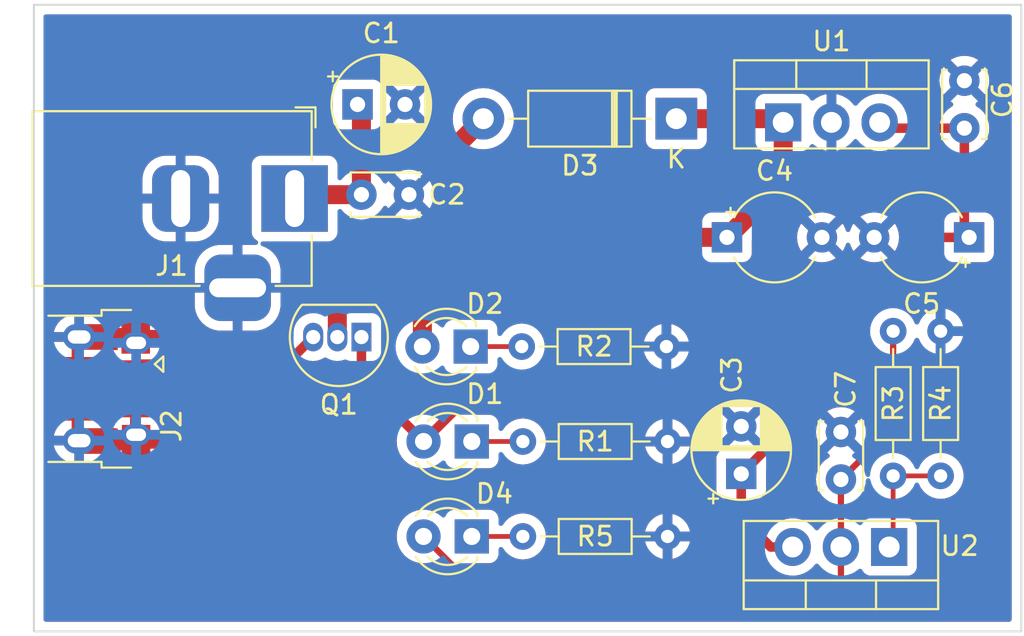
<source format=kicad_pcb>
(kicad_pcb (version 20211014) (generator pcbnew)
  (layers (0 "F.Cu" signal "Ö.Bkr") (31 "B.Cu" signal "A.Bkr") (34 "B.Paste" user "A.Krem Lehim") (35 "F.Paste" user "Ö.Krem Lehim") (36 "B.SilkS" user "A. ipek baskı") (37 "F.SilkS" user "Ö.İpek baskı") (38 "B.Mask" user "A.Maske") (39 "F.Mask" user "Ö.Maske") (44 "Edge.Cuts" user "Kenar.Kesimleri"))
  (net 0 "")
  (net 1 "Net-(D1-Pad1)")
  (net 2 "Net-(D2-Pad1)")
  (net 3 "GND")
  (net 7 "+12V")
  (net 8 "+5V")
  (net 9 "VSS")
  (net 10 "+3V3")
  (net 11 "Net-(D4-Pad1)")
  (net 12 "VBUS")
  (net 13 "Net-(R3-Pad2)")
  (footprint "Capacitor_THT:C_Disc_D3.4mm_W2.1mm_P2.50mm" (layer "F.Cu") (at 68.5 21.5 90)
    (fp_text reference "C6" (at 1.5 2 90) (layer "F.SilkS"))
    (fp_text value "100n")
    (fp_line (start -0.57 -1.17) (end 3.07 -1.17) (layer "F.SilkS") (width 0.12))
    (fp_line (start 3.07 0.925) (end 3.07 1.17) (layer "F.SilkS") (width 0.12))
    (fp_line (start 3.07 -1.17) (end 3.07 -0.925) (layer "F.SilkS") (width 0.12))
    (fp_line (start -0.57 -1.17) (end -0.57 -0.925) (layer "F.SilkS") (width 0.12))
    (fp_line (start -0.57 1.17) (end 3.07 1.17) (layer "F.SilkS") (width 0.12))
    (fp_line (start -0.57 0.925) (end -0.57 1.17) (layer "F.SilkS") (width 0.12))
    (pad "1" thru_hole circle (at 0 0 90) (size 1.6 1.6) (drill 0.8) (layers *.Cu *.Mask) (net 8 "+5V"))
    (pad "2" thru_hole circle (at 2.5 0 90) (size 1.6 1.6) (drill 0.8) (layers *.Cu *.Mask) (net 3 "GND"))
  )
  (footprint "Capacitor_THT:CP_Radial_Tantal_D4.5mm_P5.00mm" (layer "F.Cu") (at 56 27.25)
    (fp_text reference "C4" (at 2.5 -3.5) (layer "F.SilkS"))
    (fp_text value "330n")
    (fp_line (start 0.187712 -1.56) (end 0.187712 -1.11) (layer "F.SilkS") (width 0.12))
    (fp_line (start -0.037288 -1.335) (end 0.412712 -1.335) (layer "F.SilkS") (width 0.12))
    (fp_arc (start 0.380259 -1.06) (mid 2.5 -2.37) (end 4.619741 -1.06) (layer "F.SilkS") (width 0.12))
    (fp_arc (start 4.619741 1.06) (mid 2.5 2.37) (end 0.380259 1.06) (layer "F.SilkS") (width 0.12))
    (pad "1" thru_hole rect (at 0 0) (size 1.6 1.6) (drill 0.8) (layers *.Cu *.Mask) (net 9 "VSS"))
    (pad "2" thru_hole circle (at 5 0) (size 1.6 1.6) (drill 0.8) (layers *.Cu *.Mask) (net 3 "GND"))
  )
  (footprint "Resistor_THT:R_Axial_DIN0204_L3.6mm_D1.6mm_P7.62mm_Horizontal" (layer "F.Cu") (at 67.25 39.81 90)
    (fp_text reference "R4" (at 3.81 0 90) (layer "F.SilkS"))
    (fp_text value "1.6k")
    (fp_line (start 1.89 0.92) (end 5.73 0.92) (layer "F.SilkS") (width 0.12))
    (fp_line (start 0.94 0) (end 1.89 0) (layer "F.SilkS") (width 0.12))
    (fp_line (start 5.73 0.92) (end 5.73 -0.92) (layer "F.SilkS") (width 0.12))
    (fp_line (start 5.73 -0.92) (end 1.89 -0.92) (layer "F.SilkS") (width 0.12))
    (fp_line (start 6.68 0) (end 5.73 0) (layer "F.SilkS") (width 0.12))
    (fp_line (start 1.89 -0.92) (end 1.89 0.92) (layer "F.SilkS") (width 0.12))
    (pad "1" thru_hole circle (at 0 0 90) (size 1.4 1.4) (drill 0.7) (layers *.Cu *.Mask) (net 13 "Net-(R3-Pad2)"))
    (pad "2" thru_hole oval (at 7.62 0 90) (size 1.4 1.4) (drill 0.7) (layers *.Cu *.Mask) (net 3 "GND"))
  )
  (footprint "Connector_USB:USB_Micro-B_Amphenol_10103594-0001LF_Horizontal" (layer "F.Cu") (at 23 35.25 -90)
    (fp_text reference "J2" (at 1.925 -3.75 90) (layer "F.SilkS"))
    (fp_text value "USB_B_Micro")
    (fp_line (start -3.875 2.735) (end -3.875 -0.065) (layer "F.SilkS") (width 0.12))
    (fp_line (start -0.925 -3.315) (end -1.325 -2.865) (layer "F.SilkS") (width 0.12))
    (fp_line (start -1.725 -3.315) (end -0.925 -3.315) (layer "F.SilkS") (width 0.12))
    (fp_line (start -4.175 -0.065) (end -4.175 -1.615) (layer "F.SilkS") (width 0.12))
    (fp_line (start 3.825 2.735) (end 3.825 -0.065) (layer "F.SilkS") (width 0.12))
    (fp_line (start 4.125 -0.065) (end 4.125 -1.615) (layer "F.SilkS") (width 0.12))
    (fp_line (start 3.825 -0.065) (end 4.125 -0.065) (layer "F.SilkS") (width 0.12))
    (fp_line (start -1.325 -2.865) (end -1.725 -3.315) (layer "F.SilkS") (width 0.12))
    (fp_line (start -4.175 -0.065) (end -3.875 -0.065) (layer "F.SilkS") (width 0.12))
    (pad "1" smd rect (at -1.325 -1.765) (size 1.65 0.4) (layers "F.Cu" "F.Paste" "F.Mask") (net 12 "VBUS"))
    (pad "2" smd rect (at -0.675 -1.765) (size 1.65 0.4) (layers "F.Cu" "F.Paste" "F.Mask"))
    (pad "3" smd rect (at -0.025 -1.765) (size 1.65 0.4) (layers "F.Cu" "F.Paste" "F.Mask"))
    (pad "4" smd rect (at 0.625 -1.765) (size 1.65 0.4) (layers "F.Cu" "F.Paste" "F.Mask"))
    (pad "5" smd rect (at 1.275 -1.765) (size 1.65 0.4) (layers "F.Cu" "F.Paste" "F.Mask") (net 3 "GND"))
    (pad "6" smd rect (at -2.975 -0.565 270) (size 1.825 0.7) (layers "F.Cu" "F.Paste" "F.Mask") (net 3 "GND"))
    (pad "6" smd rect (at -2.755 0.185 270) (size 1.35 2) (layers "F.Cu" "F.Paste" "F.Mask") (net 3 "GND"))
    (pad "6" thru_hole oval (at -2.445 -1.885) (size 1.5 1.1) (drill oval 1.05 0.65) (layers *.Cu *.Mask) (net 3 "GND"))
    (pad "6" smd rect (at -2.875 -1.865 270) (size 2 1.5) (layers "F.Cu" "F.Paste" "F.Mask") (net 3 "GND"))
    (pad "6" smd rect (at 2.725 0.185 270) (size 1.35 2) (layers "F.Cu" "F.Paste" "F.Mask") (net 3 "GND"))
    (pad "6" thru_hole oval (at -2.755 1.115) (size 1.7 1.35) (drill oval 1.2 0.7) (layers *.Cu *.Mask) (net 3 "GND"))
    (pad "6" smd rect (at 2.875 -1.885 270) (size 2 1.5) (layers "F.Cu" "F.Paste" "F.Mask") (net 3 "GND"))
    (pad "6" smd rect (at -0.985 1.385) (size 2.5 1.43) (layers "F.Cu" "F.Paste" "F.Mask") (net 3 "GND"))
    (pad "6" thru_hole oval (at 2.705 1.115) (size 1.7 1.35) (drill oval 1.2 0.7) (layers *.Cu *.Mask) (net 3 "GND"))
    (pad "6" smd rect (at 2.975 -0.565 270) (size 1.825 0.7) (layers "F.Cu" "F.Paste" "F.Mask") (net 3 "GND"))
    (pad "6" thru_hole oval (at 2.395 -1.885) (size 1.5 1.1) (drill oval 1.05 0.65) (layers *.Cu *.Mask) (net 3 "GND"))
    (pad "6" smd rect (at 0.935 1.385) (size 2.5 1.43) (layers "F.Cu" "F.Paste" "F.Mask") (net 3 "GND"))
  )
  (footprint "Capacitor_THT:CP_Radial_D5.0mm_P2.50mm" (layer "F.Cu") (at 36.544888 20.25)
    (fp_text reference "C1" (at 1.25 -3.75) (layer "F.SilkS"))
    (fp_text value "10u")
    (fp_line (start 1.53 -2.565) (end 1.53 -1.04) (layer "F.SilkS") (width 0.12))
    (fp_line (start 3.211 -1.699) (end 3.211 -1.04) (layer "F.SilkS") (width 0.12))
    (fp_line (start 3.571 -1.178) (end 3.571 1.178) (layer "F.SilkS") (width 0.12))
    (fp_line (start -1.554775 -1.475) (end -1.054775 -1.475) (layer "F.SilkS") (width 0.12))
    (fp_line (start 3.251 -1.653) (end 3.251 -1.04) (layer "F.SilkS") (width 0.12))
    (fp_line (start 1.73 1.04) (end 1.73 2.536) (layer "F.SilkS") (width 0.12))
    (fp_line (start 3.011 -1.901) (end 3.011 -1.04) (layer "F.SilkS") (width 0.12))
    (fp_line (start 1.69 1.04) (end 1.69 2.543) (layer "F.SilkS") (width 0.12))
    (fp_line (start 2.291 -2.365) (end 2.291 -1.04) (layer "F.SilkS") (width 0.12))
    (fp_line (start 2.251 -2.382) (end 2.251 -1.04) (layer "F.SilkS") (width 0.12))
    (fp_line (start 1.65 1.04) (end 1.65 2.55) (layer "F.SilkS") (width 0.12))
    (fp_line (start 3.491 1.04) (end 3.491 1.319) (layer "F.SilkS") (width 0.12))
    (fp_line (start 2.371 -2.329) (end 2.371 -1.04) (layer "F.SilkS") (width 0.12))
    (fp_line (start 3.011 1.04) (end 3.011 1.901) (layer "F.SilkS") (width 0.12))
    (fp_line (start 2.771 1.04) (end 2.771 2.095) (layer "F.SilkS") (width 0.12))
    (fp_line (start 3.731 -0.805) (end 3.731 0.805) (layer "F.SilkS") (width 0.12))
    (fp_line (start 1.61 -2.556) (end 1.61 -1.04) (layer "F.SilkS") (width 0.12))
    (fp_line (start 3.331 1.04) (end 3.331 1.554) (layer "F.SilkS") (width 0.12))
    (fp_line (start 1.971 -2.48) (end 1.971 -1.04) (layer "F.SilkS") (width 0.12))
    (fp_line (start 3.411 -1.443) (end 3.411 -1.04) (layer "F.SilkS") (width 0.12))
    (fp_line (start 2.251 1.04) (end 2.251 2.382) (layer "F.SilkS") (width 0.12))
    (fp_line (start 2.491 -2.268) (end 2.491 -1.04) (layer "F.SilkS") (width 0.12))
    (fp_line (start 3.691 -0.915) (end 3.691 0.915) (layer "F.SilkS") (width 0.12))
    (fp_line (start 2.931 1.04) (end 2.931 1.971) (layer "F.SilkS") (width 0.12))
    (fp_line (start 1.73 -2.536) (end 1.73 -1.04) (layer "F.SilkS") (width 0.12))
    (fp_line (start 2.611 -2.2) (end 2.611 -1.04) (layer "F.SilkS") (width 0.12))
    (fp_line (start 2.851 1.04) (end 2.851 2.035) (layer "F.SilkS") (width 0.12))
    (fp_line (start 2.451 -2.29) (end 2.451 -1.04) (layer "F.SilkS") (width 0.12))
    (fp_line (start 3.051 1.04) (end 3.051 1.864) (layer "F.SilkS") (width 0.12))
    (fp_line (start 3.171 -1.743) (end 3.171 -1.04) (layer "F.SilkS") (width 0.12))
    (fp_line (start 3.091 -1.826) (end 3.091 -1.04) (layer "F.SilkS") (width 0.12))
    (fp_line (start 3.051 -1.864) (end 3.051 -1.04) (layer "F.SilkS") (width 0.12))
    (fp_line (start 3.291 -1.605) (end 3.291 -1.04) (layer "F.SilkS") (width 0.12))
    (fp_line (start 2.091 -2.442) (end 2.091 -1.04) (layer "F.SilkS") (width 0.12))
    (fp_line (start 1.53 1.04) (end 1.53 2.565) (layer "F.SilkS") (width 0.12))
    (fp_line (start 3.611 -1.098) (end 3.611 1.098) (layer "F.SilkS") (width 0.12))
    (fp_line (start 2.571 -2.224) (end 2.571 -1.04) (layer "F.SilkS") (width 0.12))
    (fp_line (start 1.89 -2.501) (end 1.89 -1.04) (layer "F.SilkS") (width 0.12))
    (fp_line (start 3.131 -1.785) (end 3.131 -1.04) (layer "F.SilkS") (width 0.12))
    (fp_line (start 2.411 1.04) (end 2.411 2.31) (layer "F.SilkS") (width 0.12))
    (fp_line (start 3.411 1.04) (end 3.411 1.443) (layer "F.SilkS") (width 0.12))
    (fp_line (start 3.291 1.04) (end 3.291 1.605) (layer "F.SilkS") (width 0.12))
    (fp_line (start 1.25 -2.58) (end 1.25 2.58) (layer "F.SilkS") (width 0.12))
    (fp_line (start 2.171 -2.414) (end 2.171 -1.04) (layer "F.SilkS") (width 0.12))
    (fp_line (start 2.371 1.04) (end 2.371 2.329) (layer "F.SilkS") (width 0.12))
    (fp_line (start 2.091 1.04) (end 2.091 2.442) (layer "F.SilkS") (width 0.12))
    (fp_line (start 2.811 -2.065) (end 2.811 -1.04) (layer "F.SilkS") (width 0.12))
    (fp_line (start 2.531 1.04) (end 2.531 2.247) (layer "F.SilkS") (width 0.12))
    (fp_line (start 3.851 -0.284) (end 3.851 0.284) (layer "F.SilkS") (width 0.12))
    (fp_line (start 1.33 -2.579) (end 1.33 2.579) (layer "F.SilkS") (width 0.12))
    (fp_line (start 3.531 1.04) (end 3.531 1.251) (layer "F.SilkS") (width 0.12))
    (fp_line (start 1.77 1.04) (end 1.77 2.528) (layer "F.SilkS") (width 0.12))
    (fp_line (start 1.29 -2.58) (end 1.29 2.58) (layer "F.SilkS") (width 0.12))
    (fp_line (start 2.491 1.04) (end 2.491 2.268) (layer "F.SilkS") (width 0.12))
    (fp_line (start 1.81 1.04) (end 1.81 2.52) (layer "F.SilkS") (width 0.12))
    (fp_line (start 2.731 1.04) (end 2.731 2.122) (layer "F.SilkS") (width 0.12))
    (fp_line (start 2.771 -2.095) (end 2.771 -1.04) (layer "F.SilkS") (width 0.12))
    (fp_line (start 2.411 -2.31) (end 2.411 -1.04) (layer "F.SilkS") (width 0.12))
    (fp_line (start 3.091 1.04) (end 3.091 1.826) (layer "F.SilkS") (width 0.12))
    (fp_line (start 2.011 -2.468) (end 2.011 -1.04) (layer "F.SilkS") (width 0.12))
    (fp_line (start 3.331 -1.554) (end 3.331 -1.04) (layer "F.SilkS") (width 0.12))
    (fp_line (start 2.891 -2.004) (end 2.891 -1.04) (layer "F.SilkS") (width 0.12))
    (fp_line (start 1.57 -2.561) (end 1.57 -1.04) (layer "F.SilkS") (width 0.12))
    (fp_line (start 2.331 1.04) (end 2.331 2.348) (layer "F.SilkS") (width 0.12))
    (fp_line (start 2.051 1.04) (end 2.051 2.455) (layer "F.SilkS") (width 0.12))
    (fp_line (start 1.89 1.04) (end 1.89 2.501) (layer "F.SilkS") (width 0.12))
    (fp_line (start 1.69 -2.543) (end 1.69 -1.04) (layer "F.SilkS") (width 0.12))
    (fp_line (start 2.851 -2.035) (end 2.851 -1.04) (layer "F.SilkS") (width 0.12))
    (fp_line (start 3.171 1.04) (end 3.171 1.743) (layer "F.SilkS") (width 0.12))
    (fp_line (start 2.331 -2.348) (end 2.331 -1.04) (layer "F.SilkS") (width 0.12))
    (fp_line (start 2.131 1.04) (end 2.131 2.428) (layer "F.SilkS") (width 0.12))
    (fp_line (start 2.651 1.04) (end 2.651 2.175) (layer "F.SilkS") (width 0.12))
    (fp_line (start 1.49 -2.569) (end 1.49 -1.04) (layer "F.SilkS") (width 0.12))
    (fp_line (start 1.37 -2.578) (end 1.37 2.578) (layer "F.SilkS") (width 0.12))
    (fp_line (start 1.85 -2.511) (end 1.85 -1.04) (layer "F.SilkS") (width 0.12))
    (fp_line (start 2.691 1.04) (end 2.691 2.149) (layer "F.SilkS") (width 0.12))
    (fp_line (start 3.251 1.04) (end 3.251 1.653) (layer "F.SilkS") (width 0.12))
    (fp_line (start 3.491 -1.319) (end 3.491 -1.04) (layer "F.SilkS") (width 0.12))
    (fp_line (start 1.41 -2.576) (end 1.41 2.576) (layer "F.SilkS") (width 0.12))
    (fp_line (start 3.811 -0.518) (end 3.811 0.518) (layer "F.SilkS") (width 0.12))
    (fp_line (start 2.051 -2.455) (end 2.051 -1.04) (layer "F.SilkS") (width 0.12))
    (fp_line (start 2.451 1.04) (end 2.451 2.29) (layer "F.SilkS") (width 0.12))
    (fp_line (start 2.611 1.04) (end 2.611 2.2) (layer "F.SilkS") (width 0.12))
    (fp_line (start 3.211 1.04) (end 3.211 1.699) (layer "F.SilkS") (width 0.12))
    (fp_line (start 1.49 1.04) (end 1.49 2.569) (layer "F.SilkS") (width 0.12))
    (fp_line (start 1.65 -2.55) (end 1.65 -1.04) (layer "F.SilkS") (width 0.12))
    (fp_line (start 2.891 1.04) (end 2.891 2.004) (layer "F.SilkS") (width 0.12))
    (fp_line (start 3.451 -1.383) (end 3.451 -1.04) (layer "F.SilkS") (width 0.12))
    (fp_line (start 1.85 1.04) (end 1.85 2.511) (layer "F.SilkS") (width 0.12))
    (fp_line (start 2.211 -2.398) (end 2.211 -1.04) (layer "F.SilkS") (width 0.12))
    (fp_line (start 1.93 1.04) (end 1.93 2.491) (layer "F.SilkS") (width 0.12))
    (fp_line (start 1.77 -2.528) (end 1.77 -1.04) (layer "F.SilkS") (width 0.12))
    (fp_line (start 2.171 1.04) (end 2.171 2.414) (layer "F.SilkS") (width 0.12))
    (fp_line (start -1.304775 -1.725) (end -1.304775 -1.225) (layer "F.SilkS") (width 0.12))
    (fp_line (start 3.651 -1.011) (end 3.651 1.011) (layer "F.SilkS") (width 0.12))
    (fp_line (start 2.931 -1.971) (end 2.931 -1.04) (layer "F.SilkS") (width 0.12))
    (fp_line (start 1.93 -2.491) (end 1.93 -1.04) (layer "F.SilkS") (width 0.12))
    (fp_line (start 1.45 -2.573) (end 1.45 2.573) (layer "F.SilkS") (width 0.12))
    (fp_line (start 1.61 1.04) (end 1.61 2.556) (layer "F.SilkS") (width 0.12))
    (fp_line (start 2.571 1.04) (end 2.571 2.224) (layer "F.SilkS") (width 0.12))
    (fp_line (start 3.371 1.04) (end 3.371 1.5) (layer "F.SilkS") (width 0.12))
    (fp_line (start 2.971 1.04) (end 2.971 1.937) (layer "F.SilkS") (width 0.12))
    (fp_line (start 2.971 -1.937) (end 2.971 -1.04) (layer "F.SilkS") (width 0.12))
    (fp_line (start 2.131 -2.428) (end 2.131 -1.04) (layer "F.SilkS") (width 0.12))
    (fp_line (start 2.691 -2.149) (end 2.691 -1.04) (layer "F.SilkS") (width 0.12))
    (fp_line (start 3.371 -1.5) (end 3.371 -1.04) (layer "F.SilkS") (width 0.12))
    (fp_line (start 1.57 1.04) (end 1.57 2.561) (layer "F.SilkS") (width 0.12))
    (fp_line (start 3.131 1.04) (end 3.131 1.785) (layer "F.SilkS") (width 0.12))
    (fp_line (start 3.771 -0.677) (end 3.771 0.677) (layer "F.SilkS") (width 0.12))
    (fp_line (start 2.651 -2.175) (end 2.651 -1.04) (layer "F.SilkS") (width 0.12))
    (fp_line (start 2.811 1.04) (end 2.811 2.065) (layer "F.SilkS") (width 0.12))
    (fp_line (start 2.291 1.04) (end 2.291 2.365) (layer "F.SilkS") (width 0.12))
    (fp_line (start 2.011 1.04) (end 2.011 2.468) (layer "F.SilkS") (width 0.12))
    (fp_line (start 3.531 -1.251) (end 3.531 -1.04) (layer "F.SilkS") (width 0.12))
    (fp_line (start 1.971 1.04) (end 1.971 2.48) (layer "F.SilkS") (width 0.12))
    (fp_line (start 1.81 -2.52) (end 1.81 -1.04) (layer "F.SilkS") (width 0.12))
    (fp_line (start 3.451 1.04) (end 3.451 1.383) (layer "F.SilkS") (width 0.12))
    (fp_line (start 2.731 -2.122) (end 2.731 -1.04) (layer "F.SilkS") (width 0.12))
    (fp_line (start 2.531 -2.247) (end 2.531 -1.04) (layer "F.SilkS") (width 0.12))
    (fp_line (start 2.211 1.04) (end 2.211 2.398) (layer "F.SilkS") (width 0.12))
    (fp_circle (center 1.25 0) (end 3.87 0) (layer "F.SilkS") (width 0.12) (fill none))
    (pad "1" thru_hole rect (at 0 0) (size 1.6 1.6) (drill 0.8) (layers *.Cu *.Mask) (net 7 "+12V"))
    (pad "2" thru_hole circle (at 2.5 0) (size 1.6 1.6) (drill 0.8) (layers *.Cu *.Mask) (net 3 "GND"))
  )
  (footprint "Capacitor_THT:CP_Radial_D5.0mm_P2.50mm" (layer "F.Cu") (at 56.75 39.705112 90)
    (fp_text reference "C3" (at 5.205112 -0.5 90) (layer "F.SilkS"))
    (fp_text value "10u")
    (fp_line (start 2.411 -2.31) (end 2.411 -1.04) (layer "F.SilkS") (width 0.12))
    (fp_line (start 3.211 -1.699) (end 3.211 -1.04) (layer "F.SilkS") (width 0.12))
    (fp_line (start 1.85 1.04) (end 1.85 2.511) (layer "F.SilkS") (width 0.12))
    (fp_line (start 1.85 -2.511) (end 1.85 -1.04) (layer "F.SilkS") (width 0.12))
    (fp_line (start 1.61 1.04) (end 1.61 2.556) (layer "F.SilkS") (width 0.12))
    (fp_line (start 2.171 -2.414) (end 2.171 -1.04) (layer "F.SilkS") (width 0.12))
    (fp_line (start 3.731 -0.805) (end 3.731 0.805) (layer "F.SilkS") (width 0.12))
    (fp_line (start 3.411 -1.443) (end 3.411 -1.04) (layer "F.SilkS") (width 0.12))
    (fp_line (start 2.411 1.04) (end 2.411 2.31) (layer "F.SilkS") (width 0.12))
    (fp_line (start 2.571 -2.224) (end 2.571 -1.04) (layer "F.SilkS") (width 0.12))
    (fp_line (start 3.371 -1.5) (end 3.371 -1.04) (layer "F.SilkS") (width 0.12))
    (fp_line (start 2.051 1.04) (end 2.051 2.455) (layer "F.SilkS") (width 0.12))
    (fp_line (start 3.411 1.04) (end 3.411 1.443) (layer "F.SilkS") (width 0.12))
    (fp_line (start 2.931 -1.971) (end 2.931 -1.04) (layer "F.SilkS") (width 0.12))
    (fp_line (start 2.971 -1.937) (end 2.971 -1.04) (layer "F.SilkS") (width 0.12))
    (fp_line (start 2.851 -2.035) (end 2.851 -1.04) (layer "F.SilkS") (width 0.12))
    (fp_line (start 2.771 -2.095) (end 2.771 -1.04) (layer "F.SilkS") (width 0.12))
    (fp_line (start 1.45 -2.573) (end 1.45 2.573) (layer "F.SilkS") (width 0.12))
    (fp_line (start 2.731 -2.122) (end 2.731 -1.04) (layer "F.SilkS") (width 0.12))
    (fp_line (start 2.571 1.04) (end 2.571 2.224) (layer "F.SilkS") (width 0.12))
    (fp_line (start 3.331 -1.554) (end 3.331 -1.04) (layer "F.SilkS") (width 0.12))
    (fp_line (start 2.491 -2.268) (end 2.491 -1.04) (layer "F.SilkS") (width 0.12))
    (fp_line (start 1.93 1.04) (end 1.93 2.491) (layer "F.SilkS") (width 0.12))
    (fp_line (start 3.051 -1.864) (end 3.051 -1.04) (layer "F.SilkS") (width 0.12))
    (fp_line (start 3.651 -1.011) (end 3.651 1.011) (layer "F.SilkS") (width 0.12))
    (fp_line (start 3.011 -1.901) (end 3.011 -1.04) (layer "F.SilkS") (width 0.12))
    (fp_line (start 2.091 1.04) (end 2.091 2.442) (layer "F.SilkS") (width 0.12))
    (fp_line (start 2.811 1.04) (end 2.811 2.065) (layer "F.SilkS") (width 0.12))
    (fp_line (start 3.851 -0.284) (end 3.851 0.284) (layer "F.SilkS") (width 0.12))
    (fp_line (start 3.131 1.04) (end 3.131 1.785) (layer "F.SilkS") (width 0.12))
    (fp_line (start 2.131 1.04) (end 2.131 2.428) (layer "F.SilkS") (width 0.12))
    (fp_line (start 1.53 1.04) (end 1.53 2.565) (layer "F.SilkS") (width 0.12))
    (fp_line (start 3.291 -1.605) (end 3.291 -1.04) (layer "F.SilkS") (width 0.12))
    (fp_line (start 1.77 1.04) (end 1.77 2.528) (layer "F.SilkS") (width 0.12))
    (fp_line (start 2.291 -2.365) (end 2.291 -1.04) (layer "F.SilkS") (width 0.12))
    (fp_line (start 1.971 1.04) (end 1.971 2.48) (layer "F.SilkS") (width 0.12))
    (fp_line (start 1.65 -2.55) (end 1.65 -1.04) (layer "F.SilkS") (width 0.12))
    (fp_line (start 2.771 1.04) (end 2.771 2.095) (layer "F.SilkS") (width 0.12))
    (fp_line (start 2.211 -2.398) (end 2.211 -1.04) (layer "F.SilkS") (width 0.12))
    (fp_line (start 3.091 1.04) (end 3.091 1.826) (layer "F.SilkS") (width 0.12))
    (fp_line (start 2.891 1.04) (end 2.891 2.004) (layer "F.SilkS") (width 0.12))
    (fp_line (start 2.491 1.04) (end 2.491 2.268) (layer "F.SilkS") (width 0.12))
    (fp_line (start 2.331 1.04) (end 2.331 2.348) (layer "F.SilkS") (width 0.12))
    (fp_line (start 2.691 -2.149) (end 2.691 -1.04) (layer "F.SilkS") (width 0.12))
    (fp_line (start 3.251 1.04) (end 3.251 1.653) (layer "F.SilkS") (width 0.12))
    (fp_line (start 2.851 1.04) (end 2.851 2.035) (layer "F.SilkS") (width 0.12))
    (fp_line (start 1.49 -2.569) (end 1.49 -1.04) (layer "F.SilkS") (width 0.12))
    (fp_line (start 2.011 1.04) (end 2.011 2.468) (layer "F.SilkS") (width 0.12))
    (fp_line (start 3.451 -1.383) (end 3.451 -1.04) (layer "F.SilkS") (width 0.12))
    (fp_line (start 2.371 1.04) (end 2.371 2.329) (layer "F.SilkS") (width 0.12))
    (fp_line (start 1.25 -2.58) (end 1.25 2.58) (layer "F.SilkS") (width 0.12))
    (fp_line (start 1.49 1.04) (end 1.49 2.569) (layer "F.SilkS") (width 0.12))
    (fp_line (start 2.091 -2.442) (end 2.091 -1.04) (layer "F.SilkS") (width 0.12))
    (fp_line (start 1.33 -2.579) (end 1.33 2.579) (layer "F.SilkS") (width 0.12))
    (fp_line (start 2.691 1.04) (end 2.691 2.149) (layer "F.SilkS") (width 0.12))
    (fp_line (start 3.011 1.04) (end 3.011 1.901) (layer "F.SilkS") (width 0.12))
    (fp_line (start 2.331 -2.348) (end 2.331 -1.04) (layer "F.SilkS") (width 0.12))
    (fp_line (start 2.931 1.04) (end 2.931 1.971) (layer "F.SilkS") (width 0.12))
    (fp_line (start 1.81 1.04) (end 1.81 2.52) (layer "F.SilkS") (width 0.12))
    (fp_line (start 1.77 -2.528) (end 1.77 -1.04) (layer "F.SilkS") (width 0.12))
    (fp_line (start 2.131 -2.428) (end 2.131 -1.04) (layer "F.SilkS") (width 0.12))
    (fp_line (start 2.211 1.04) (end 2.211 2.398) (layer "F.SilkS") (width 0.12))
    (fp_line (start 3.611 -1.098) (end 3.611 1.098) (layer "F.SilkS") (width 0.12))
    (fp_line (start 2.171 1.04) (end 2.171 2.414) (layer "F.SilkS") (width 0.12))
    (fp_line (start 3.531 1.04) (end 3.531 1.251) (layer "F.SilkS") (width 0.12))
    (fp_line (start 1.69 1.04) (end 1.69 2.543) (layer "F.SilkS") (width 0.12))
    (fp_line (start 3.251 -1.653) (end 3.251 -1.04) (layer "F.SilkS") (width 0.12))
    (fp_line (start 2.891 -2.004) (end 2.891 -1.04) (layer "F.SilkS") (width 0.12))
    (fp_line (start 3.451 1.04) (end 3.451 1.383) (layer "F.SilkS") (width 0.12))
    (fp_line (start 3.691 -0.915) (end 3.691 0.915) (layer "F.SilkS") (width 0.12))
    (fp_line (start 3.091 -1.826) (end 3.091 -1.04) (layer "F.SilkS") (width 0.12))
    (fp_line (start 3.491 -1.319) (end 3.491 -1.04) (layer "F.SilkS") (width 0.12))
    (fp_line (start 2.611 1.04) (end 2.611 2.2) (layer "F.SilkS") (width 0.12))
    (fp_line (start 1.971 -2.48) (end 1.971 -1.04) (layer "F.SilkS") (width 0.12))
    (fp_line (start 1.73 1.04) (end 1.73 2.536) (layer "F.SilkS") (width 0.12))
    (fp_line (start 1.89 1.04) (end 1.89 2.501) (layer "F.SilkS") (width 0.12))
    (fp_line (start -1.554775 -1.475) (end -1.054775 -1.475) (layer "F.SilkS") (width 0.12))
    (fp_line (start 3.131 -1.785) (end 3.131 -1.04) (layer "F.SilkS") (width 0.12))
    (fp_line (start 3.331 1.04) (end 3.331 1.554) (layer "F.SilkS") (width 0.12))
    (fp_line (start 1.93 -2.491) (end 1.93 -1.04) (layer "F.SilkS") (width 0.12))
    (fp_line (start 3.571 -1.178) (end 3.571 1.178) (layer "F.SilkS") (width 0.12))
    (fp_line (start 2.531 1.04) (end 2.531 2.247) (layer "F.SilkS") (width 0.12))
    (fp_line (start 3.171 1.04) (end 3.171 1.743) (layer "F.SilkS") (width 0.12))
    (fp_line (start 2.731 1.04) (end 2.731 2.122) (layer "F.SilkS") (width 0.12))
    (fp_line (start -1.304775 -1.725) (end -1.304775 -1.225) (layer "F.SilkS") (width 0.12))
    (fp_line (start 2.451 1.04) (end 2.451 2.29) (layer "F.SilkS") (width 0.12))
    (fp_line (start 3.371 1.04) (end 3.371 1.5) (layer "F.SilkS") (width 0.12))
    (fp_line (start 3.531 -1.251) (end 3.531 -1.04) (layer "F.SilkS") (width 0.12))
    (fp_line (start 2.971 1.04) (end 2.971 1.937) (layer "F.SilkS") (width 0.12))
    (fp_line (start 2.251 -2.382) (end 2.251 -1.04) (layer "F.SilkS") (width 0.12))
    (fp_line (start 2.531 -2.247) (end 2.531 -1.04) (layer "F.SilkS") (width 0.12))
    (fp_line (start 1.53 -2.565) (end 1.53 -1.04) (layer "F.SilkS") (width 0.12))
    (fp_line (start 3.171 -1.743) (end 3.171 -1.04) (layer "F.SilkS") (width 0.12))
    (fp_line (start 3.811 -0.518) (end 3.811 0.518) (layer "F.SilkS") (width 0.12))
    (fp_line (start 2.811 -2.065) (end 2.811 -1.04) (layer "F.SilkS") (width 0.12))
    (fp_line (start 1.73 -2.536) (end 1.73 -1.04) (layer "F.SilkS") (width 0.12))
    (fp_line (start 2.251 1.04) (end 2.251 2.382) (layer "F.SilkS") (width 0.12))
    (fp_line (start 2.371 -2.329) (end 2.371 -1.04) (layer "F.SilkS") (width 0.12))
    (fp_line (start 3.291 1.04) (end 3.291 1.605) (layer "F.SilkS") (width 0.12))
    (fp_line (start 2.291 1.04) (end 2.291 2.365) (layer "F.SilkS") (width 0.12))
    (fp_line (start 2.651 -2.175) (end 2.651 -1.04) (layer "F.SilkS") (width 0.12))
    (fp_line (start 1.57 -2.561) (end 1.57 -1.04) (layer "F.SilkS") (width 0.12))
    (fp_line (start 2.651 1.04) (end 2.651 2.175) (layer "F.SilkS") (width 0.12))
    (fp_line (start 3.211 1.04) (end 3.211 1.699) (layer "F.SilkS") (width 0.12))
    (fp_line (start 3.051 1.04) (end 3.051 1.864) (layer "F.SilkS") (width 0.12))
    (fp_line (start 1.29 -2.58) (end 1.29 2.58) (layer "F.SilkS") (width 0.12))
    (fp_line (start 1.69 -2.543) (end 1.69 -1.04) (layer "F.SilkS") (width 0.12))
    (fp_line (start 1.89 -2.501) (end 1.89 -1.04) (layer "F.SilkS") (width 0.12))
    (fp_line (start 2.011 -2.468) (end 2.011 -1.04) (layer "F.SilkS") (width 0.12))
    (fp_line (start 2.451 -2.29) (end 2.451 -1.04) (layer "F.SilkS") (width 0.12))
    (fp_line (start 3.491 1.04) (end 3.491 1.319) (layer "F.SilkS") (width 0.12))
    (fp_line (start 1.81 -2.52) (end 1.81 -1.04) (layer "F.SilkS") (width 0.12))
    (fp_line (start 1.37 -2.578) (end 1.37 2.578) (layer "F.SilkS") (width 0.12))
    (fp_line (start 1.61 -2.556) (end 1.61 -1.04) (layer "F.SilkS") (width 0.12))
    (fp_line (start 2.051 -2.455) (end 2.051 -1.04) (layer "F.SilkS") (width 0.12))
    (fp_line (start 1.65 1.04) (end 1.65 2.55) (layer "F.SilkS") (width 0.12))
    (fp_line (start 2.611 -2.2) (end 2.611 -1.04) (layer "F.SilkS") (width 0.12))
    (fp_line (start 1.57 1.04) (end 1.57 2.561) (layer "F.SilkS") (width 0.12))
    (fp_line (start 3.771 -0.677) (end 3.771 0.677) (layer "F.SilkS") (width 0.12))
    (fp_line (start 1.41 -2.576) (end 1.41 2.576) (layer "F.SilkS") (width 0.12))
    (fp_circle (center 1.25 0) (end 3.87 0) (layer "F.SilkS") (width 0.12) (fill none))
    (pad "1" thru_hole rect (at 0 0 90) (size 1.6 1.6) (drill 0.8) (layers *.Cu *.Mask) (net 8 "+5V"))
    (pad "2" thru_hole circle (at 2.5 0 90) (size 1.6 1.6) (drill 0.8) (layers *.Cu *.Mask) (net 3 "GND"))
  )
  (footprint "LED_THT:LED_D3.0mm" (layer "F.Cu") (at 42.56 43 180)
    (fp_text reference "D4" (at -1.19 2.25) (layer "F.SilkS"))
    (fp_text value "3V3 GREEN")
    (fp_line (start -0.29 -1.236) (end -0.29 -1.08) (layer "F.SilkS") (width 0.12))
    (fp_line (start -0.29 1.08) (end -0.29 1.236) (layer "F.SilkS") (width 0.12))
    (fp_arc (start 2.31113 1.079837) (mid 1.270117 1.5) (end 0.229039 1.08) (layer "F.SilkS") (width 0.12))
    (fp_arc (start -0.29 -1.235516) (mid 1.366487 -1.987659) (end 2.942335 -1.078608) (layer "F.SilkS") (width 0.12))
    (fp_arc (start 2.942335 1.078608) (mid 1.366487 1.987659) (end -0.29 1.235516) (layer "F.SilkS") (width 0.12))
    (fp_arc (start 0.229039 -1.08) (mid 1.270117 -1.5) (end 2.31113 -1.079837) (layer "F.SilkS") (width 0.12))
    (pad "1" thru_hole rect (at 0 0 180) (size 1.8 1.8) (drill 0.9) (layers *.Cu *.Mask) (net 11 "Net-(D4-Pad1)"))
    (pad "2" thru_hole circle (at 2.54 0 180) (size 1.8 1.8) (drill 0.9) (layers *.Cu *.Mask) (net 10 "+3V3"))
  )
  (footprint "LED_THT:LED_D3.0mm" (layer "F.Cu") (at 42.5 33 180)
    (fp_text reference "D2" (at -0.75 2.25) (layer "F.SilkS"))
    (fp_text value "12V ACTIVE RED")
    (fp_line (start -0.29 -1.236) (end -0.29 -1.08) (layer "F.SilkS") (width 0.12))
    (fp_line (start -0.29 1.08) (end -0.29 1.236) (layer "F.SilkS") (width 0.12))
    (fp_arc (start 2.31113 1.079837) (mid 1.270117 1.5) (end 0.229039 1.08) (layer "F.SilkS") (width 0.12))
    (fp_arc (start -0.29 -1.235516) (mid 1.366487 -1.987659) (end 2.942335 -1.078608) (layer "F.SilkS") (width 0.12))
    (fp_arc (start 2.942335 1.078608) (mid 1.366487 1.987659) (end -0.29 1.235516) (layer "F.SilkS") (width 0.12))
    (fp_arc (start 0.229039 -1.08) (mid 1.270117 -1.5) (end 2.31113 -1.079837) (layer "F.SilkS") (width 0.12))
    (pad "1" thru_hole rect (at 0 0 180) (size 1.8 1.8) (drill 0.9) (layers *.Cu *.Mask) (net 2 "Net-(D2-Pad1)"))
    (pad "2" thru_hole circle (at 2.54 0 180) (size 1.8 1.8) (drill 0.9) (layers *.Cu *.Mask) (net 9 "VSS"))
  )
  (footprint "Capacitor_THT:CP_Radial_Tantal_D4.5mm_P5.00mm" (layer "F.Cu") (at 68.75 27.25 180)
    (fp_text reference "C5" (at 2.5 -3.5) (layer "F.SilkS"))
    (fp_text value "100n")
    (fp_line (start 0.187712 -1.56) (end 0.187712 -1.11) (layer "F.SilkS") (width 0.12))
    (fp_line (start -0.037288 -1.335) (end 0.412712 -1.335) (layer "F.SilkS") (width 0.12))
    (fp_arc (start 0.380259 -1.06) (mid 2.5 -2.37) (end 4.619741 -1.06) (layer "F.SilkS") (width 0.12))
    (fp_arc (start 4.619741 1.06) (mid 2.5 2.37) (end 0.380259 1.06) (layer "F.SilkS") (width 0.12))
    (pad "1" thru_hole rect (at 0 0 180) (size 1.6 1.6) (drill 0.8) (layers *.Cu *.Mask) (net 8 "+5V"))
    (pad "2" thru_hole circle (at 5 0 180) (size 1.6 1.6) (drill 0.8) (layers *.Cu *.Mask) (net 3 "GND"))
  )
  (footprint "Resistor_THT:R_Axial_DIN0204_L3.6mm_D1.6mm_P7.62mm_Horizontal" (layer "F.Cu") (at 45.25 38)
    (fp_text reference "R1" (at 3.81 0) (layer "F.SilkS"))
    (fp_text value "330")
    (fp_line (start 5.73 -0.92) (end 1.89 -0.92) (layer "F.SilkS") (width 0.12))
    (fp_line (start 5.73 0.92) (end 5.73 -0.92) (layer "F.SilkS") (width 0.12))
    (fp_line (start 6.68 0) (end 5.73 0) (layer "F.SilkS") (width 0.12))
    (fp_line (start 1.89 0.92) (end 5.73 0.92) (layer "F.SilkS") (width 0.12))
    (fp_line (start 0.94 0) (end 1.89 0) (layer "F.SilkS") (width 0.12))
    (fp_line (start 1.89 -0.92) (end 1.89 0.92) (layer "F.SilkS") (width 0.12))
    (pad "1" thru_hole circle (at 0 0) (size 1.4 1.4) (drill 0.7) (layers *.Cu *.Mask) (net 1 "Net-(D1-Pad1)"))
    (pad "2" thru_hole oval (at 7.62 0) (size 1.4 1.4) (drill 0.7) (layers *.Cu *.Mask) (net 3 "GND"))
  )
  (footprint "Package_TO_SOT_THT:TO-220-3_Vertical" (layer "F.Cu") (at 58.96 21.195)
    (fp_text reference "U1" (at 2.54 -4.27) (layer "F.SilkS"))
    (fp_text value "LM7805_TO220")
    (fp_line (start 0.69 -3.27) (end 0.69 -1.76) (layer "F.SilkS") (width 0.12))
    (fp_line (start 4.391 -3.27) (end 4.391 -1.76) (layer "F.SilkS") (width 0.12))
    (fp_line (start -2.58 1.371) (end 7.66 1.371) (layer "F.SilkS") (width 0.12))
    (fp_line (start -2.58 -3.27) (end 7.66 -3.27) (layer "F.SilkS") (width 0.12))
    (fp_line (start 7.66 -3.27) (end 7.66 1.371) (layer "F.SilkS") (width 0.12))
    (fp_line (start -2.58 -3.27) (end -2.58 1.371) (layer "F.SilkS") (width 0.12))
    (fp_line (start -2.58 -1.76) (end 7.66 -1.76) (layer "F.SilkS") (width 0.12))
    (pad "1" thru_hole rect (at 0 0) (size 1.905 2) (drill 1.1) (layers *.Cu *.Mask) (net 9 "VSS"))
    (pad "2" thru_hole oval (at 2.54 0) (size 1.905 2) (drill 1.1) (layers *.Cu *.Mask) (net 3 "GND"))
    (pad "3" thru_hole oval (at 5.08 0) (size 1.905 2) (drill 1.1) (layers *.Cu *.Mask) (net 8 "+5V"))
  )
  (footprint "Capacitor_THT:C_Disc_D3.4mm_W2.1mm_P2.50mm" (layer "F.Cu") (at 36.75 25)
    (fp_text reference "C2" (at 4.5 0) (layer "F.SilkS"))
    (fp_text value "100n")
    (fp_line (start -0.57 0.925) (end -0.57 1.17) (layer "F.SilkS") (width 0.12))
    (fp_line (start -0.57 -1.17) (end 3.07 -1.17) (layer "F.SilkS") (width 0.12))
    (fp_line (start 3.07 0.925) (end 3.07 1.17) (layer "F.SilkS") (width 0.12))
    (fp_line (start -0.57 1.17) (end 3.07 1.17) (layer "F.SilkS") (width 0.12))
    (fp_line (start -0.57 -1.17) (end -0.57 -0.925) (layer "F.SilkS") (width 0.12))
    (fp_line (start 3.07 -1.17) (end 3.07 -0.925) (layer "F.SilkS") (width 0.12))
    (pad "1" thru_hole circle (at 0 0) (size 1.6 1.6) (drill 0.8) (layers *.Cu *.Mask) (net 7 "+12V"))
    (pad "2" thru_hole circle (at 2.5 0) (size 1.6 1.6) (drill 0.8) (layers *.Cu *.Mask) (net 3 "GND"))
  )
  (footprint "Connector_BarrelJack:BarrelJack_Horizontal" (layer "F.Cu") (at 33.23 25.205)
    (fp_text reference "J1" (at -6.48 3.545) (layer "F.SilkS"))
    (fp_text value "Barrel_Jack")
    (fp_line (start 0.9 1.9) (end 0.9 4.6) (layer "F.SilkS") (width 0.12))
    (fp_line (start 1.1 -3.75) (end 1.1 -4.8) (layer "F.SilkS") (width 0.12))
    (fp_line (start -13.8 4.6) (end -13.8 -4.6) (layer "F.SilkS") (width 0.12))
    (fp_line (start -5 4.6) (end -13.8 4.6) (layer "F.SilkS") (width 0.12))
    (fp_line (start 0.05 -4.8) (end 1.1 -4.8) (layer "F.SilkS") (width 0.12))
    (fp_line (start 0.9 -4.6) (end 0.9 -2) (layer "F.SilkS") (width 0.12))
    (fp_line (start 0.9 4.6) (end -1 4.6) (layer "F.SilkS") (width 0.12))
    (fp_line (start -13.8 -4.6) (end 0.9 -4.6) (layer "F.SilkS") (width 0.12))
    (pad "1" thru_hole rect (at 0 0) (size 3.5 3.5) (drill oval 1 3) (layers *.Cu *.Mask) (net 7 "+12V"))
    (pad "2" thru_hole roundrect (at -6 0) (size 3 3.5) (drill oval 1 3) (layers *.Cu *.Mask) (net 3 "GND"))
    (pad "3" thru_hole roundrect (at -3 4.7) (size 3.5 3.5) (drill oval 3 1) (layers *.Cu *.Mask) (net 3 "GND"))
  )
  (footprint "LED_THT:LED_D3.0mm" (layer "F.Cu") (at 42.56 38 180)
    (fp_text reference "D1" (at -0.69 2.5) (layer "F.SilkS"))
    (fp_text value "USB_ACTIVE_BLUE")
    (fp_line (start -0.29 -1.236) (end -0.29 -1.08) (layer "F.SilkS") (width 0.12))
    (fp_line (start -0.29 1.08) (end -0.29 1.236) (layer "F.SilkS") (width 0.12))
    (fp_arc (start 0.229039 -1.08) (mid 1.270117 -1.5) (end 2.31113 -1.079837) (layer "F.SilkS") (width 0.12))
    (fp_arc (start -0.29 -1.235516) (mid 1.366487 -1.987659) (end 2.942335 -1.078608) (layer "F.SilkS") (width 0.12))
    (fp_arc (start 2.942335 1.078608) (mid 1.366487 1.987659) (end -0.29 1.235516) (layer "F.SilkS") (width 0.12))
    (fp_arc (start 2.31113 1.079837) (mid 1.270117 1.5) (end 0.229039 1.08) (layer "F.SilkS") (width 0.12))
    (pad "1" thru_hole rect (at 0 0 180) (size 1.8 1.8) (drill 0.9) (layers *.Cu *.Mask) (net 1 "Net-(D1-Pad1)"))
    (pad "2" thru_hole circle (at 2.54 0 180) (size 1.8 1.8) (drill 0.9) (layers *.Cu *.Mask) (net 8 "+5V"))
  )
  (footprint "Package_TO_SOT_THT:TO-220-3_Vertical" (layer "F.Cu") (at 64.54 43.555 180)
    (fp_text reference "U2" (at -3.71 0.055) (layer "F.SilkS"))
    (fp_text value "LM317_TO-220")
    (fp_line (start -2.58 -3.27) (end 7.66 -3.27) (layer "F.SilkS") (width 0.12))
    (fp_line (start 4.391 -3.27) (end 4.391 -1.76) (layer "F.SilkS") (width 0.12))
    (fp_line (start -2.58 -1.76) (end 7.66 -1.76) (layer "F.SilkS") (width 0.12))
    (fp_line (start 0.69 -3.27) (end 0.69 -1.76) (layer "F.SilkS") (width 0.12))
    (fp_line (start 7.66 -3.27) (end 7.66 1.371) (layer "F.SilkS") (width 0.12))
    (fp_line (start -2.58 1.371) (end 7.66 1.371) (layer "F.SilkS") (width 0.12))
    (fp_line (start -2.58 -3.27) (end -2.58 1.371) (layer "F.SilkS") (width 0.12))
    (pad "1" thru_hole rect (at 0 0 180) (size 1.905 2) (drill 1.1) (layers *.Cu *.Mask) (net 13 "Net-(R3-Pad2)"))
    (pad "2" thru_hole oval (at 2.54 0 180) (size 1.905 2) (drill 1.1) (layers *.Cu *.Mask) (net 10 "+3V3"))
    (pad "3" thru_hole oval (at 5.08 0 180) (size 1.905 2) (drill 1.1) (layers *.Cu *.Mask) (net 8 "+5V"))
  )
  (footprint "Resistor_THT:R_Axial_DIN0204_L3.6mm_D1.6mm_P7.62mm_Horizontal" (layer "F.Cu") (at 64.75 32.19 -90)
    (fp_text reference "R3" (at 3.81 0 90) (layer "F.SilkS"))
    (fp_text value "1k")
    (fp_line (start 1.89 -0.92) (end 1.89 0.92) (layer "F.SilkS") (width 0.12))
    (fp_line (start 1.89 0.92) (end 5.73 0.92) (layer "F.SilkS") (width 0.12))
    (fp_line (start 6.68 0) (end 5.73 0) (layer "F.SilkS") (width 0.12))
    (fp_line (start 0.94 0) (end 1.89 0) (layer "F.SilkS") (width 0.12))
    (fp_line (start 5.73 -0.92) (end 1.89 -0.92) (layer "F.SilkS") (width 0.12))
    (fp_line (start 5.73 0.92) (end 5.73 -0.92) (layer "F.SilkS") (width 0.12))
    (pad "1" thru_hole circle (at 0 0 270) (size 1.4 1.4) (drill 0.7) (layers *.Cu *.Mask) (net 10 "+3V3"))
    (pad "2" thru_hole oval (at 7.62 0 270) (size 1.4 1.4) (drill 0.7) (layers *.Cu *.Mask) (net 13 "Net-(R3-Pad2)"))
  )
  (footprint "Package_TO_SOT_THT:TO-92L_Inline" (layer "F.Cu") (at 36.75 32.5 180)
    (fp_text reference "Q1" (at 1.19 -3.56) (layer "F.SilkS"))
    (fp_text value "TP0610L")
    (fp_line (start -0.75 1.7) (end 3.1 1.7) (layer "F.SilkS") (width 0.12))
    (fp_arc (start -0.75 1.7) (mid 1.183448 -2.579449) (end 3.138611 1.690122) (layer "F.SilkS") (width 0.12))
    (pad "1" thru_hole rect (at 0 0 180) (size 1.05 1.5) (drill 0.75) (layers *.Cu *.Mask) (net 8 "+5V"))
    (pad "2" thru_hole oval (at 1.27 0 180) (size 1.05 1.5) (drill 0.75) (layers *.Cu *.Mask) (net 9 "VSS"))
    (pad "3" thru_hole oval (at 2.54 0 180) (size 1.05 1.5) (drill 0.75) (layers *.Cu *.Mask) (net 12 "VBUS"))
  )
  (footprint "Capacitor_THT:C_Disc_D3.4mm_W2.1mm_P2.50mm" (layer "F.Cu") (at 62 40 90)
    (fp_text reference "C7" (at 4.75 0.25 90) (layer "F.SilkS"))
    (fp_text value "100n")
    (fp_line (start 3.07 0.925) (end 3.07 1.17) (layer "F.SilkS") (width 0.12))
    (fp_line (start -0.57 1.17) (end 3.07 1.17) (layer "F.SilkS") (width 0.12))
    (fp_line (start 3.07 -1.17) (end 3.07 -0.925) (layer "F.SilkS") (width 0.12))
    (fp_line (start -0.57 -1.17) (end 3.07 -1.17) (layer "F.SilkS") (width 0.12))
    (fp_line (start -0.57 0.925) (end -0.57 1.17) (layer "F.SilkS") (width 0.12))
    (fp_line (start -0.57 -1.17) (end -0.57 -0.925) (layer "F.SilkS") (width 0.12))
    (pad "1" thru_hole circle (at 0 0 90) (size 1.6 1.6) (drill 0.8) (layers *.Cu *.Mask) (net 10 "+3V3"))
    (pad "2" thru_hole circle (at 2.5 0 90) (size 1.6 1.6) (drill 0.8) (layers *.Cu *.Mask) (net 3 "GND"))
  )
  (footprint "Diode_THT:D_DO-41_SOD81_P10.16mm_Horizontal" (layer "F.Cu") (at 53.33 21 180)
    (fp_text reference "D3" (at 5.08 -2.47) (layer "F.SilkS"))
    (fp_text value "1N4007")
    (fp_text user "K" (at 0 -2.1) (layer "F.SilkS"))
    (fp_line (start 7.8 -1.47) (end 2.36 -1.47) (layer "F.SilkS") (width 0.12))
    (fp_line (start 3.38 -1.47) (end 3.38 1.47) (layer "F.SilkS") (width 0.12))
    (fp_line (start 7.8 1.47) (end 7.8 -1.47) (layer "F.SilkS") (width 0.12))
    (fp_line (start 8.82 0) (end 7.8 0) (layer "F.SilkS") (width 0.12))
    (fp_line (start 3.14 -1.47) (end 3.14 1.47) (layer "F.SilkS") (width 0.12))
    (fp_line (start 2.36 1.47) (end 7.8 1.47) (layer "F.SilkS") (width 0.12))
    (fp_line (start 3.26 -1.47) (end 3.26 1.47) (layer "F.SilkS") (width 0.12))
    (fp_line (start 2.36 -1.47) (end 2.36 1.47) (layer "F.SilkS") (width 0.12))
    (fp_line (start 1.34 0) (end 2.36 0) (layer "F.SilkS") (width 0.12))
    (pad "1" thru_hole rect (at 0 0 180) (size 2.2 2.2) (drill 1.1) (layers *.Cu *.Mask) (net 9 "VSS"))
    (pad "2" thru_hole oval (at 10.16 0 180) (size 2.2 2.2) (drill 1.1) (layers *.Cu *.Mask) (net 7 "+12V"))
  )
  (footprint "Resistor_THT:R_Axial_DIN0204_L3.6mm_D1.6mm_P7.62mm_Horizontal" (layer "F.Cu") (at 45.25 43)
    (fp_text reference "R5" (at 3.81 0) (layer "F.SilkS"))
    (fp_text value "220")
    (fp_line (start 5.73 0.92) (end 5.73 -0.92) (layer "F.SilkS") (width 0.12))
    (fp_line (start 1.89 0.92) (end 5.73 0.92) (layer "F.SilkS") (width 0.12))
    (fp_line (start 0.94 0) (end 1.89 0) (layer "F.SilkS") (width 0.12))
    (fp_line (start 5.73 -0.92) (end 1.89 -0.92) (layer "F.SilkS") (width 0.12))
    (fp_line (start 6.68 0) (end 5.73 0) (layer "F.SilkS") (width 0.12))
    (fp_line (start 1.89 -0.92) (end 1.89 0.92) (layer "F.SilkS") (width 0.12))
    (pad "1" thru_hole circle (at 0 0) (size 1.4 1.4) (drill 0.7) (layers *.Cu *.Mask) (net 11 "Net-(D4-Pad1)"))
    (pad "2" thru_hole oval (at 7.62 0) (size 1.4 1.4) (drill 0.7) (layers *.Cu *.Mask) (net 3 "GND"))
  )
  (footprint "Resistor_THT:R_Axial_DIN0204_L3.6mm_D1.6mm_P7.62mm_Horizontal" (layer "F.Cu") (at 45.19 33)
    (fp_text reference "R2" (at 3.81 0) (layer "F.SilkS"))
    (fp_text value "2k")
    (fp_line (start 6.68 0) (end 5.73 0) (layer "F.SilkS") (width 0.12))
    (fp_line (start 1.89 -0.92) (end 1.89 0.92) (layer "F.SilkS") (width 0.12))
    (fp_line (start 5.73 -0.92) (end 1.89 -0.92) (layer "F.SilkS") (width 0.12))
    (fp_line (start 5.73 0.92) (end 5.73 -0.92) (layer "F.SilkS") (width 0.12))
    (fp_line (start 0.94 0) (end 1.89 0) (layer "F.SilkS") (width 0.12))
    (fp_line (start 1.89 0.92) (end 5.73 0.92) (layer "F.SilkS") (width 0.12))
    (pad "1" thru_hole circle (at 0 0) (size 1.4 1.4) (drill 0.7) (layers *.Cu *.Mask) (net 2 "Net-(D2-Pad1)"))
    (pad "2" thru_hole oval (at 7.62 0) (size 1.4 1.4) (drill 0.7) (layers *.Cu *.Mask) (net 3 "GND"))
  )
  (gr_rect (start 71.5 15) (end 19.5 48) (layer "Edge.Cuts") (width 0.1) (fill none))
  (segment (start 42.56 38) (end 45.25 38) (width 0.25) (layer "F.Cu") (net 1))
  (segment (start 42.5 33) (end 45.19 33) (width 0.25) (layer "F.Cu") (net 2))
  (segment (start 22.195 37.645) (end 21.885 37.955) (width 0.25) (layer "F.Cu") (net 3))
  (segment (start 21.615 37.685) (end 21.885 37.955) (width 0.25) (layer "F.Cu") (net 3))
  (segment (start 24.885 32.805) (end 22.195 32.805) (width 0.25) (layer "F.Cu") (net 3))
  (segment (start 21.615 36.185) (end 21.615 37.685) (width 0.25) (layer "F.Cu") (net 3))
  (segment (start 24.885 37.645) (end 22.195 37.645) (width 0.25) (layer "F.Cu") (net 3))
  (segment (start 21.615 34.265) (end 21.615 32.765) (width 0.25) (layer "F.Cu") (net 3))
  (segment (start 21.615 32.765) (end 21.885 32.495) (width 0.25) (layer "F.Cu") (net 3))
  (segment (start 21.615 36.185) (end 21.615 34.265) (width 0.25) (layer "F.Cu") (net 3))
  (segment (start 22.195 32.805) (end 21.885 32.495) (width 0.25) (layer "F.Cu") (net 3))
  (segment (start 36.75 25) (end 36.75 22.25) (width 1) (layer "F.Cu") (net 7))
  (segment (start 36.75 20.455112) (end 36.544888 20.25) (width 1) (layer "F.Cu") (net 7))
  (segment (start 36.75 22.25) (end 36.75 20.455112) (width 1) (layer "F.Cu") (net 7))
  (segment (start 41.67 22.5) (end 37 22.5) (width 1) (layer "F.Cu") (net 7))
  (segment (start 43.17 21) (end 41.67 22.5) (width 1) (layer "F.Cu") (net 7))
  (segment (start 37 22.5) (end 36.75 22.25) (width 1) (layer "F.Cu") (net 7))
  (segment (start 36.75 25) (end 34.191048 25) (width 1) (layer "F.Cu") (net 7))
  (segment (start 68.5 21.5) (end 68.5 27) (width 0.5) (layer "F.Cu") (net 8))
  (segment (start 59.25 34.75) (end 43.27 34.75) (width 0.5) (layer "F.Cu") (net 8))
  (segment (start 68.5 27) (end 68.75 27.25) (width 0.5) (layer "F.Cu") (net 8))
  (segment (start 36.75 34.73) (end 36.75 32.5) (width 0.5) (layer "F.Cu") (net 8))
  (segment (start 68.5 21.5) (end 64.345 21.5) (width 0.5) (layer "F.Cu") (net 8))
  (segment (start 56.75 39.705112) (end 59.25 37.205112) (width 0.5) (layer "F.Cu") (net 8))
  (segment (start 64.345 21.5) (end 64.04 21.195) (width 0.5) (layer "F.Cu") (net 8))
  (segment (start 56.75 42) (end 56.75 39.705112) (width 0.5) (layer "F.Cu") (net 8))
  (segment (start 40.02 38) (end 36.75 34.73) (width 0.5) (layer "F.Cu") (net 8))
  (segment (start 66.75 27.25) (end 59.25 34.75) (width 0.5) (layer "F.Cu") (net 8))
  (segment (start 43.27 34.75) (end 40.02 38) (width 0.5) (layer "F.Cu") (net 8))
  (segment (start 59.46 43.555) (end 58.305 43.555) (width 0.5) (layer "F.Cu") (net 8))
  (segment (start 59.25 37.205112) (end 59.25 34.75) (width 0.5) (layer "F.Cu") (net 8))
  (segment (start 58.305 43.555) (end 56.75 42) (width 0.5) (layer "F.Cu") (net 8))
  (segment (start 68.75 27.25) (end 66.75 27.25) (width 0.5) (layer "F.Cu") (net 8))
  (segment (start 39.75 29.25) (end 36.75 29.25) (width 1) (layer "F.Cu") (net 9))
  (segment (start 39.96 33) (end 39.96 29.46) (width 1) (layer "F.Cu") (net 9))
  (segment (start 39.75 29.5) (end 42 27.25) (width 1) (layer "F.Cu") (net 9))
  (segment (start 42 27.25) (end 56 27.25) (width 1) (layer "F.Cu") (net 9))
  (segment (start 58.765 21) (end 58.96 21.195) (width 1) (layer "F.Cu") (net 9))
  (segment (start 35.48 30.52) (end 35.48 32.5) (width 1) (layer "F.Cu") (net 9))
  (segment (start 39.96 29.46) (end 39.75 29.25) (width 1) (layer "F.Cu") (net 9))
  (segment (start 36.75 29.25) (end 35.48 30.52) (width 1) (layer "F.Cu") (net 9))
  (segment (start 58.96 24.29) (end 58.96 21.195) (width 1) (layer "F.Cu") (net 9))
  (segment (start 56 27.25) (end 58.96 24.29) (width 1) (layer "F.Cu") (net 9))
  (segment (start 53.33 21) (end 58.765 21) (width 1) (layer "F.Cu") (net 9))
  (segment (start 62 45.75) (end 62 43.555) (width 0.33) (layer "F.Cu") (net 10))
  (segment (start 62 40) (end 62 43.555) (width 0.33) (layer "F.Cu") (net 10))
  (segment (start 40.02 43) (end 43.02 46) (width 0.33) (layer "F.Cu") (net 10))
  (segment (start 43.02 46) (end 61.75 46) (width 0.33) (layer "F.Cu") (net 10))
  (segment (start 64.75 37.25) (end 64.75 32.19) (width 0.33) (layer "F.Cu") (net 10))
  (segment (start 62 40) (end 64.75 37.25) (width 0.33) (layer "F.Cu") (net 10))
  (segment (start 61.75 46) (end 62 45.75) (width 0.33) (layer "F.Cu") (net 10))
  (segment (start 42.56 43) (end 45.25 43) (width 0.25) (layer "F.Cu") (net 11))
  (segment (start 32.785 33.925) (end 34.21 32.5) (width 0.5) (layer "F.Cu") (net 12))
  (segment (start 24.765 33.925) (end 32.785 33.925) (width 0.5) (layer "F.Cu") (net 12))
  (segment (start 64.75 43.345) (end 64.54 43.555) (width 0.25) (layer "F.Cu") (net 13))
  (segment (start 67.25 39.81) (end 64.75 39.81) (width 0.25) (layer "F.Cu") (net 13))
  (segment (start 64.75 39.81) (end 64.75 43.345) (width 0.25) (layer "F.Cu") (net 13))
  (zone (net 3) (net_name "GND") (layer "F.Cu") (connect_pads (clearance 0.508)) (min_thickness 0.254) (fill yes (thermal_gap 0.508) (thermal_bridge_width 0.508))
    (polygon (pts (xy 71.5 48.25) (xy 19.25 48.25) (xy 19.25 14.75) (xy 71.5 14.75)))
  )
  (zone (net 3) (net_name "GND") (layer "B.Cu") (connect_pads (clearance 0.508)) (min_thickness 0.254) (fill yes (thermal_gap 0.508) (thermal_bridge_width 0.508))
    (polygon (pts (xy 71.5 48.25) (xy 18.999916 48.261193) (xy 19.249916 14.761193) (xy 71.5 14.75)))
  )
)
</source>
